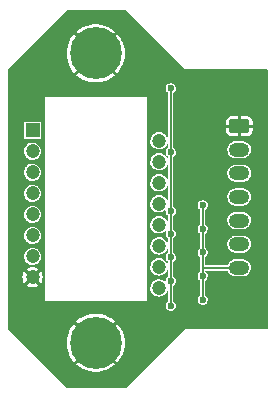
<source format=gbl>
G04 #@! TF.GenerationSoftware,KiCad,Pcbnew,(6.0.5)*
G04 #@! TF.CreationDate,2022-07-09T20:48:00-07:00*
G04 #@! TF.ProjectId,track_ball,74726163-6b5f-4626-916c-6c2e6b696361,1*
G04 #@! TF.SameCoordinates,Original*
G04 #@! TF.FileFunction,Copper,L4,Bot*
G04 #@! TF.FilePolarity,Positive*
%FSLAX46Y46*%
G04 Gerber Fmt 4.6, Leading zero omitted, Abs format (unit mm)*
G04 Created by KiCad (PCBNEW (6.0.5)) date 2022-07-09 20:48:00*
%MOMM*%
%LPD*%
G01*
G04 APERTURE LIST*
G04 Aperture macros list*
%AMRoundRect*
0 Rectangle with rounded corners*
0 $1 Rounding radius*
0 $2 $3 $4 $5 $6 $7 $8 $9 X,Y pos of 4 corners*
0 Add a 4 corners polygon primitive as box body*
4,1,4,$2,$3,$4,$5,$6,$7,$8,$9,$2,$3,0*
0 Add four circle primitives for the rounded corners*
1,1,$1+$1,$2,$3*
1,1,$1+$1,$4,$5*
1,1,$1+$1,$6,$7*
1,1,$1+$1,$8,$9*
0 Add four rect primitives between the rounded corners*
20,1,$1+$1,$2,$3,$4,$5,0*
20,1,$1+$1,$4,$5,$6,$7,0*
20,1,$1+$1,$6,$7,$8,$9,0*
20,1,$1+$1,$8,$9,$2,$3,0*%
G04 Aperture macros list end*
G04 #@! TA.AperFunction,ComponentPad*
%ADD10R,1.200000X1.200000*%
G04 #@! TD*
G04 #@! TA.AperFunction,ComponentPad*
%ADD11C,1.200000*%
G04 #@! TD*
G04 #@! TA.AperFunction,ComponentPad*
%ADD12RoundRect,0.250000X-0.625000X0.350000X-0.625000X-0.350000X0.625000X-0.350000X0.625000X0.350000X0*%
G04 #@! TD*
G04 #@! TA.AperFunction,ComponentPad*
%ADD13O,1.750000X1.200000*%
G04 #@! TD*
G04 #@! TA.AperFunction,ComponentPad*
%ADD14C,0.700000*%
G04 #@! TD*
G04 #@! TA.AperFunction,ComponentPad*
%ADD15C,4.400000*%
G04 #@! TD*
G04 #@! TA.AperFunction,ViaPad*
%ADD16C,0.600000*%
G04 #@! TD*
G04 #@! TA.AperFunction,Conductor*
%ADD17C,0.200000*%
G04 #@! TD*
G04 APERTURE END LIST*
D10*
X162100000Y-81150000D03*
D11*
X162100000Y-82930000D03*
X162100000Y-84710000D03*
X162100000Y-86490000D03*
X162100000Y-88270000D03*
X162100000Y-90050000D03*
X162100000Y-91830000D03*
X162100000Y-93610000D03*
X172800000Y-94500000D03*
X172800000Y-92720000D03*
X172800000Y-90940000D03*
X172800000Y-89160000D03*
X172800000Y-87380000D03*
X172800000Y-85600000D03*
X172800000Y-83820000D03*
X172800000Y-82040000D03*
D12*
X179600000Y-80800000D03*
D13*
X179600000Y-82800000D03*
X179600000Y-84800000D03*
X179600000Y-86800000D03*
X179600000Y-88800000D03*
X179600000Y-90800000D03*
X179600000Y-92800000D03*
D14*
X167450000Y-73000000D03*
X166283274Y-75816726D03*
X165800000Y-74650000D03*
D15*
X167450000Y-74650000D03*
D14*
X168616726Y-75816726D03*
X169100000Y-74650000D03*
X166283274Y-73483274D03*
X167450000Y-76300000D03*
X168616726Y-73483274D03*
D15*
X167450000Y-99150000D03*
D14*
X166283274Y-97983274D03*
X166283274Y-100316726D03*
X168616726Y-100316726D03*
X167450000Y-97500000D03*
X169100000Y-99150000D03*
X168616726Y-97983274D03*
X167450000Y-100800000D03*
X165800000Y-99150000D03*
D16*
X160800000Y-87700000D03*
X178100000Y-95900000D03*
X178100000Y-85900000D03*
X178100000Y-90200000D03*
X162800000Y-99200000D03*
X178100000Y-91900000D03*
X171000000Y-98700000D03*
X180200000Y-77400000D03*
X176700000Y-86600000D03*
X178100000Y-88200000D03*
X177100000Y-83200000D03*
X177100000Y-80900000D03*
X178100000Y-93600000D03*
X174900000Y-85300000D03*
X163700000Y-75700000D03*
X171000000Y-75700000D03*
X161200000Y-90900000D03*
X176500000Y-91500000D03*
X176500000Y-95500000D03*
X176500000Y-87500000D03*
X176500000Y-93500000D03*
X176500000Y-89500000D03*
X173800000Y-83000000D03*
X173800000Y-96000000D03*
X173800000Y-77600000D03*
X173800000Y-93900000D03*
X173800000Y-89900000D03*
X173800000Y-88000000D03*
X173800000Y-91900000D03*
D17*
X176500000Y-91500000D02*
X176500000Y-89500000D01*
X179600000Y-92800000D02*
X176500000Y-92800000D01*
X176500000Y-93500000D02*
X176500000Y-92800000D01*
X176500000Y-95500000D02*
X176500000Y-93500000D01*
X176500000Y-92800000D02*
X176500000Y-91500000D01*
X176500000Y-89500000D02*
X176500000Y-87500000D01*
X173800000Y-93900000D02*
X173800000Y-91900000D01*
X173800000Y-96000000D02*
X173800000Y-93900000D01*
X173800000Y-83000000D02*
X173800000Y-88000000D01*
X173800000Y-91900000D02*
X173800000Y-89900000D01*
X173800000Y-89900000D02*
X173800000Y-88000000D01*
X173800000Y-77600000D02*
X173800000Y-83000000D01*
G04 #@! TA.AperFunction,Conductor*
G36*
X170017892Y-71019306D02*
G01*
X174999153Y-76000567D01*
X174999235Y-76000765D01*
X174999433Y-76000847D01*
X175000000Y-76001082D01*
X175000198Y-76001000D01*
X181936500Y-76001000D01*
X181980694Y-76019306D01*
X181999000Y-76063500D01*
X181999000Y-97936500D01*
X181980694Y-97980694D01*
X181936500Y-97999000D01*
X175000198Y-97999000D01*
X175000000Y-97998918D01*
X174999802Y-97999000D01*
X174999235Y-97999235D01*
X174999153Y-97999433D01*
X170017892Y-102980694D01*
X169973698Y-102999000D01*
X165026302Y-102999000D01*
X164982108Y-102980694D01*
X162973957Y-100972543D01*
X165811898Y-100972543D01*
X165815964Y-100981938D01*
X165881245Y-101043241D01*
X165884247Y-101045725D01*
X166130893Y-101224923D01*
X166134205Y-101227025D01*
X166401343Y-101373885D01*
X166404907Y-101375562D01*
X166688348Y-101487784D01*
X166692078Y-101488996D01*
X166987343Y-101564808D01*
X166991216Y-101565546D01*
X167293649Y-101603753D01*
X167297579Y-101604000D01*
X167602421Y-101604000D01*
X167606351Y-101603753D01*
X167908784Y-101565546D01*
X167912657Y-101564808D01*
X168207922Y-101488996D01*
X168211652Y-101487784D01*
X168495093Y-101375562D01*
X168498657Y-101373885D01*
X168765795Y-101227025D01*
X168769107Y-101224923D01*
X169015753Y-101045725D01*
X169018755Y-101043241D01*
X169084409Y-100981587D01*
X169088087Y-100973441D01*
X169084319Y-100963924D01*
X167458790Y-99338395D01*
X167450000Y-99334754D01*
X167441210Y-99338395D01*
X165815318Y-100964287D01*
X165811898Y-100972543D01*
X162973957Y-100972543D01*
X161153369Y-99151955D01*
X164991271Y-99151955D01*
X165010414Y-99456218D01*
X165010905Y-99460105D01*
X165068028Y-99759559D01*
X165069005Y-99763363D01*
X165163212Y-100053303D01*
X165164650Y-100056934D01*
X165294457Y-100332788D01*
X165296341Y-100336215D01*
X165459695Y-100593619D01*
X165462000Y-100596792D01*
X165617787Y-100785105D01*
X165626195Y-100789557D01*
X165632900Y-100787495D01*
X167261605Y-99158790D01*
X167265246Y-99150000D01*
X167634754Y-99150000D01*
X167638395Y-99158790D01*
X169265499Y-100785894D01*
X169274289Y-100789535D01*
X169280770Y-100786850D01*
X169438000Y-100596792D01*
X169440305Y-100593619D01*
X169603659Y-100336215D01*
X169605543Y-100332788D01*
X169735350Y-100056934D01*
X169736788Y-100053303D01*
X169830995Y-99763363D01*
X169831972Y-99759559D01*
X169889095Y-99460105D01*
X169889586Y-99456218D01*
X169908729Y-99151955D01*
X169908729Y-99148045D01*
X169889586Y-98843782D01*
X169889095Y-98839895D01*
X169831972Y-98540441D01*
X169830995Y-98536637D01*
X169736788Y-98246697D01*
X169735350Y-98243066D01*
X169605543Y-97967212D01*
X169603659Y-97963785D01*
X169440305Y-97706381D01*
X169438000Y-97703208D01*
X169282213Y-97514895D01*
X169273805Y-97510443D01*
X169267100Y-97512505D01*
X167638395Y-99141210D01*
X167634754Y-99150000D01*
X167265246Y-99150000D01*
X167261605Y-99141210D01*
X165634501Y-97514106D01*
X165625711Y-97510465D01*
X165619230Y-97513150D01*
X165462000Y-97703208D01*
X165459695Y-97706381D01*
X165296341Y-97963785D01*
X165294457Y-97967212D01*
X165164650Y-98243066D01*
X165163212Y-98246697D01*
X165069005Y-98536637D01*
X165068028Y-98540441D01*
X165010905Y-98839895D01*
X165010414Y-98843782D01*
X164991271Y-99148045D01*
X164991271Y-99151955D01*
X161153369Y-99151955D01*
X160019306Y-98017892D01*
X160001000Y-97973698D01*
X160001000Y-97326559D01*
X165811913Y-97326559D01*
X165815681Y-97336076D01*
X167441210Y-98961605D01*
X167450000Y-98965246D01*
X167458790Y-98961605D01*
X169084682Y-97335713D01*
X169088102Y-97327457D01*
X169084036Y-97318062D01*
X169018755Y-97256759D01*
X169015753Y-97254275D01*
X168769107Y-97075077D01*
X168765795Y-97072975D01*
X168498657Y-96926115D01*
X168495093Y-96924438D01*
X168211652Y-96812216D01*
X168207922Y-96811004D01*
X167912657Y-96735192D01*
X167908784Y-96734454D01*
X167606351Y-96696247D01*
X167602421Y-96696000D01*
X167297579Y-96696000D01*
X167293649Y-96696247D01*
X166991216Y-96734454D01*
X166987343Y-96735192D01*
X166692078Y-96811004D01*
X166688348Y-96812216D01*
X166404907Y-96924438D01*
X166401343Y-96926115D01*
X166134205Y-97072975D01*
X166130893Y-97075077D01*
X165884247Y-97254275D01*
X165881245Y-97256759D01*
X165815591Y-97318413D01*
X165811913Y-97326559D01*
X160001000Y-97326559D01*
X160001000Y-95630000D01*
X163148918Y-95630000D01*
X163149000Y-95630198D01*
X163149235Y-95630765D01*
X163150000Y-95631082D01*
X163150198Y-95631000D01*
X171749802Y-95631000D01*
X171750000Y-95631082D01*
X171750765Y-95630765D01*
X171751000Y-95630198D01*
X171751082Y-95630000D01*
X171751000Y-95629802D01*
X171751000Y-94489778D01*
X172067968Y-94489778D01*
X172083895Y-94652213D01*
X172084997Y-94655525D01*
X172084997Y-94655526D01*
X172132154Y-94797284D01*
X172135413Y-94807082D01*
X172137223Y-94810071D01*
X172137225Y-94810075D01*
X172153866Y-94837552D01*
X172219962Y-94946689D01*
X172333340Y-95064095D01*
X172469911Y-95153465D01*
X172622888Y-95210356D01*
X172626343Y-95210817D01*
X172626347Y-95210818D01*
X172716518Y-95222849D01*
X172784668Y-95231942D01*
X172788141Y-95231626D01*
X172788144Y-95231626D01*
X172865939Y-95224546D01*
X172947210Y-95217150D01*
X173102435Y-95166714D01*
X173207638Y-95104001D01*
X173239627Y-95084932D01*
X173239630Y-95084930D01*
X173242629Y-95083142D01*
X173305552Y-95023221D01*
X173358294Y-94972996D01*
X173358297Y-94972993D01*
X173360823Y-94970587D01*
X173451144Y-94834643D01*
X173452385Y-94831377D01*
X173453982Y-94828269D01*
X173455688Y-94829146D01*
X173484386Y-94798698D01*
X173532200Y-94797284D01*
X173567010Y-94830094D01*
X173572500Y-94855708D01*
X173572500Y-95603554D01*
X173554194Y-95647748D01*
X173543352Y-95656412D01*
X173520080Y-95671095D01*
X173517137Y-95674427D01*
X173517135Y-95674429D01*
X173441965Y-95759542D01*
X173439018Y-95762879D01*
X173437126Y-95766909D01*
X173388868Y-95869695D01*
X173388867Y-95869698D01*
X173386976Y-95873726D01*
X173368136Y-95994724D01*
X173368713Y-95999137D01*
X173368713Y-95999138D01*
X173373255Y-96033870D01*
X173384014Y-96116145D01*
X173433333Y-96228230D01*
X173512127Y-96321968D01*
X173515832Y-96324434D01*
X173515834Y-96324436D01*
X173527650Y-96332301D01*
X173614064Y-96389823D01*
X173730948Y-96426340D01*
X173735398Y-96426422D01*
X173735401Y-96426422D01*
X173785074Y-96427332D01*
X173853383Y-96428584D01*
X173906088Y-96414215D01*
X173967226Y-96397548D01*
X173967229Y-96397547D01*
X173971527Y-96396375D01*
X173975323Y-96394044D01*
X173975326Y-96394043D01*
X174072083Y-96334633D01*
X174075881Y-96332301D01*
X174158058Y-96241513D01*
X174211451Y-96131311D01*
X174214003Y-96116145D01*
X174231367Y-96012928D01*
X174231767Y-96010552D01*
X174231896Y-96000000D01*
X174214536Y-95878781D01*
X174163852Y-95767307D01*
X174141627Y-95741513D01*
X174086826Y-95677914D01*
X174083918Y-95674539D01*
X174080181Y-95672117D01*
X174080179Y-95672115D01*
X174056007Y-95656448D01*
X174028877Y-95617050D01*
X174027500Y-95604001D01*
X174027500Y-95494724D01*
X176068136Y-95494724D01*
X176068713Y-95499137D01*
X176068713Y-95499138D01*
X176073255Y-95533870D01*
X176084014Y-95616145D01*
X176085807Y-95620220D01*
X176108642Y-95672115D01*
X176133333Y-95728230D01*
X176212127Y-95821968D01*
X176215832Y-95824434D01*
X176215834Y-95824436D01*
X176227650Y-95832301D01*
X176314064Y-95889823D01*
X176430948Y-95926340D01*
X176435398Y-95926422D01*
X176435401Y-95926422D01*
X176485074Y-95927332D01*
X176553383Y-95928584D01*
X176606088Y-95914215D01*
X176667226Y-95897548D01*
X176667229Y-95897547D01*
X176671527Y-95896375D01*
X176675323Y-95894044D01*
X176675326Y-95894043D01*
X176772083Y-95834633D01*
X176775881Y-95832301D01*
X176858058Y-95741513D01*
X176911451Y-95631311D01*
X176913198Y-95620932D01*
X176931367Y-95512928D01*
X176931767Y-95510552D01*
X176931896Y-95500000D01*
X176914536Y-95378781D01*
X176863852Y-95267307D01*
X176832982Y-95231480D01*
X176786826Y-95177914D01*
X176783918Y-95174539D01*
X176780181Y-95172117D01*
X176780179Y-95172115D01*
X176756007Y-95156448D01*
X176728877Y-95117050D01*
X176727500Y-95104001D01*
X176727500Y-93896974D01*
X176745806Y-93852780D01*
X176757297Y-93843713D01*
X176772083Y-93834634D01*
X176772088Y-93834630D01*
X176775881Y-93832301D01*
X176858058Y-93741513D01*
X176911451Y-93631311D01*
X176913558Y-93618790D01*
X176931367Y-93512928D01*
X176931767Y-93510552D01*
X176931896Y-93500000D01*
X176914536Y-93378781D01*
X176863852Y-93267307D01*
X176783918Y-93174539D01*
X176780181Y-93172117D01*
X176780179Y-93172115D01*
X176756007Y-93156448D01*
X176728877Y-93117050D01*
X176727500Y-93104001D01*
X176727500Y-93090000D01*
X176745806Y-93045806D01*
X176790000Y-93027500D01*
X178589826Y-93027500D01*
X178634020Y-93045806D01*
X178647336Y-93065529D01*
X178663516Y-93103554D01*
X178688768Y-93162900D01*
X178789318Y-93299532D01*
X178918603Y-93409367D01*
X178970899Y-93436071D01*
X179066453Y-93484864D01*
X179066456Y-93484865D01*
X179069687Y-93486515D01*
X179234468Y-93526837D01*
X179241746Y-93527288D01*
X179244187Y-93527440D01*
X179244191Y-93527440D01*
X179245156Y-93527500D01*
X179917483Y-93527500D01*
X179919273Y-93527291D01*
X179919278Y-93527291D01*
X179967399Y-93521680D01*
X180043501Y-93512808D01*
X180113559Y-93487378D01*
X180199547Y-93456166D01*
X180199550Y-93456165D01*
X180202962Y-93454926D01*
X180205999Y-93452935D01*
X180341797Y-93363902D01*
X180341798Y-93363901D01*
X180344832Y-93361912D01*
X180461498Y-93238757D01*
X180546703Y-93092065D01*
X180595877Y-92929706D01*
X180606381Y-92760390D01*
X180577652Y-92593198D01*
X180511232Y-92437100D01*
X180410682Y-92300468D01*
X180281397Y-92190633D01*
X180191665Y-92144813D01*
X180133547Y-92115136D01*
X180133544Y-92115135D01*
X180130313Y-92113485D01*
X179965532Y-92073163D01*
X179958213Y-92072709D01*
X179955813Y-92072560D01*
X179955809Y-92072560D01*
X179954844Y-92072500D01*
X179282517Y-92072500D01*
X179280727Y-92072709D01*
X179280722Y-92072709D01*
X179232601Y-92078320D01*
X179156499Y-92087192D01*
X179153083Y-92088432D01*
X179000453Y-92143834D01*
X179000450Y-92143835D01*
X178997038Y-92145074D01*
X178994002Y-92147065D01*
X178994001Y-92147065D01*
X178863995Y-92232301D01*
X178855168Y-92238088D01*
X178738502Y-92361243D01*
X178653297Y-92507935D01*
X178652245Y-92511407D01*
X178652242Y-92511415D01*
X178647183Y-92528118D01*
X178616852Y-92565108D01*
X178587367Y-92572500D01*
X176790000Y-92572500D01*
X176745806Y-92554194D01*
X176727500Y-92510000D01*
X176727500Y-91896974D01*
X176745806Y-91852780D01*
X176757297Y-91843713D01*
X176772083Y-91834634D01*
X176772088Y-91834630D01*
X176775881Y-91832301D01*
X176858058Y-91741513D01*
X176911451Y-91631311D01*
X176914003Y-91616145D01*
X176929649Y-91523142D01*
X176931767Y-91510552D01*
X176931896Y-91500000D01*
X176914536Y-91378781D01*
X176868510Y-91277552D01*
X176865696Y-91271362D01*
X176865695Y-91271360D01*
X176863852Y-91267307D01*
X176859216Y-91261926D01*
X176786826Y-91177914D01*
X176783918Y-91174539D01*
X176780181Y-91172117D01*
X176780179Y-91172115D01*
X176756007Y-91156448D01*
X176728877Y-91117050D01*
X176727500Y-91104001D01*
X176727500Y-90839610D01*
X178593619Y-90839610D01*
X178622348Y-91006802D01*
X178688768Y-91162900D01*
X178789318Y-91299532D01*
X178918603Y-91409367D01*
X178992046Y-91446869D01*
X179066453Y-91484864D01*
X179066456Y-91484865D01*
X179069687Y-91486515D01*
X179234468Y-91526837D01*
X179241746Y-91527288D01*
X179244187Y-91527440D01*
X179244191Y-91527440D01*
X179245156Y-91527500D01*
X179917483Y-91527500D01*
X179919273Y-91527291D01*
X179919278Y-91527291D01*
X179967399Y-91521680D01*
X180043501Y-91512808D01*
X180113559Y-91487378D01*
X180199547Y-91456166D01*
X180199550Y-91456165D01*
X180202962Y-91454926D01*
X180266916Y-91412996D01*
X180341797Y-91363902D01*
X180341798Y-91363901D01*
X180344832Y-91361912D01*
X180461498Y-91238757D01*
X180546703Y-91092065D01*
X180595877Y-90929706D01*
X180606381Y-90760390D01*
X180577652Y-90593198D01*
X180511232Y-90437100D01*
X180410682Y-90300468D01*
X180281397Y-90190633D01*
X180191665Y-90144813D01*
X180133547Y-90115136D01*
X180133544Y-90115135D01*
X180130313Y-90113485D01*
X179965532Y-90073163D01*
X179958213Y-90072709D01*
X179955813Y-90072560D01*
X179955809Y-90072560D01*
X179954844Y-90072500D01*
X179282517Y-90072500D01*
X179280727Y-90072709D01*
X179280722Y-90072709D01*
X179232601Y-90078320D01*
X179156499Y-90087192D01*
X179153083Y-90088432D01*
X179000453Y-90143834D01*
X179000450Y-90143835D01*
X178997038Y-90145074D01*
X178994002Y-90147065D01*
X178994001Y-90147065D01*
X178863995Y-90232301D01*
X178855168Y-90238088D01*
X178738502Y-90361243D01*
X178653297Y-90507935D01*
X178604123Y-90670294D01*
X178593619Y-90839610D01*
X176727500Y-90839610D01*
X176727500Y-89896974D01*
X176745806Y-89852780D01*
X176757297Y-89843713D01*
X176772083Y-89834634D01*
X176772088Y-89834630D01*
X176775881Y-89832301D01*
X176792931Y-89813465D01*
X176855071Y-89744813D01*
X176858058Y-89741513D01*
X176911451Y-89631311D01*
X176914003Y-89616145D01*
X176931367Y-89512928D01*
X176931767Y-89510552D01*
X176931896Y-89500000D01*
X176914536Y-89378781D01*
X176885776Y-89315526D01*
X176865696Y-89271362D01*
X176865695Y-89271360D01*
X176863852Y-89267307D01*
X176783918Y-89174539D01*
X176780181Y-89172117D01*
X176780179Y-89172115D01*
X176756007Y-89156448D01*
X176728877Y-89117050D01*
X176727500Y-89104001D01*
X176727500Y-88839610D01*
X178593619Y-88839610D01*
X178622348Y-89006802D01*
X178688768Y-89162900D01*
X178789318Y-89299532D01*
X178918603Y-89409367D01*
X178992046Y-89446869D01*
X179066453Y-89484864D01*
X179066456Y-89484865D01*
X179069687Y-89486515D01*
X179234468Y-89526837D01*
X179241746Y-89527288D01*
X179244187Y-89527440D01*
X179244191Y-89527440D01*
X179245156Y-89527500D01*
X179917483Y-89527500D01*
X179919273Y-89527291D01*
X179919278Y-89527291D01*
X179967399Y-89521680D01*
X180043501Y-89512808D01*
X180093321Y-89494724D01*
X180199547Y-89456166D01*
X180199550Y-89456165D01*
X180202962Y-89454926D01*
X180205999Y-89452935D01*
X180341797Y-89363902D01*
X180341798Y-89363901D01*
X180344832Y-89361912D01*
X180461498Y-89238757D01*
X180546703Y-89092065D01*
X180593427Y-88937794D01*
X180594824Y-88933183D01*
X180594824Y-88933182D01*
X180595877Y-88929706D01*
X180606381Y-88760390D01*
X180577652Y-88593198D01*
X180511232Y-88437100D01*
X180410682Y-88300468D01*
X180281397Y-88190633D01*
X180192176Y-88145074D01*
X180133547Y-88115136D01*
X180133544Y-88115135D01*
X180130313Y-88113485D01*
X179965532Y-88073163D01*
X179958213Y-88072709D01*
X179955813Y-88072560D01*
X179955809Y-88072560D01*
X179954844Y-88072500D01*
X179282517Y-88072500D01*
X179280727Y-88072709D01*
X179280722Y-88072709D01*
X179232601Y-88078320D01*
X179156499Y-88087192D01*
X179153083Y-88088432D01*
X179000453Y-88143834D01*
X179000450Y-88143835D01*
X178997038Y-88145074D01*
X178994002Y-88147065D01*
X178994001Y-88147065D01*
X178923968Y-88192981D01*
X178855168Y-88238088D01*
X178738502Y-88361243D01*
X178653297Y-88507935D01*
X178604123Y-88670294D01*
X178593619Y-88839610D01*
X176727500Y-88839610D01*
X176727500Y-87896974D01*
X176745806Y-87852780D01*
X176757297Y-87843713D01*
X176772083Y-87834634D01*
X176772088Y-87834630D01*
X176775881Y-87832301D01*
X176788627Y-87818220D01*
X176855071Y-87744813D01*
X176858058Y-87741513D01*
X176911451Y-87631311D01*
X176913851Y-87617050D01*
X176927102Y-87538280D01*
X176931767Y-87510552D01*
X176931896Y-87500000D01*
X176914536Y-87378781D01*
X176863852Y-87267307D01*
X176783918Y-87174539D01*
X176681160Y-87107935D01*
X176563838Y-87072848D01*
X176502611Y-87072474D01*
X176445838Y-87072127D01*
X176445837Y-87072127D01*
X176441385Y-87072100D01*
X176323644Y-87105751D01*
X176220080Y-87171095D01*
X176217137Y-87174427D01*
X176217135Y-87174429D01*
X176187617Y-87207852D01*
X176139018Y-87262879D01*
X176137126Y-87266909D01*
X176088868Y-87369695D01*
X176088867Y-87369698D01*
X176086976Y-87373726D01*
X176068136Y-87494724D01*
X176068713Y-87499137D01*
X176068713Y-87499138D01*
X176070556Y-87513228D01*
X176084014Y-87616145D01*
X176085807Y-87620220D01*
X176127355Y-87714643D01*
X176133333Y-87728230D01*
X176212127Y-87821968D01*
X176227650Y-87832301D01*
X176244633Y-87843606D01*
X176271278Y-87883333D01*
X176272500Y-87895633D01*
X176272500Y-89103554D01*
X176254194Y-89147748D01*
X176243352Y-89156412D01*
X176220080Y-89171095D01*
X176217137Y-89174427D01*
X176217135Y-89174429D01*
X176163097Y-89235615D01*
X176139018Y-89262879D01*
X176137126Y-89266909D01*
X176088868Y-89369695D01*
X176088867Y-89369698D01*
X176086976Y-89373726D01*
X176068136Y-89494724D01*
X176068713Y-89499137D01*
X176068713Y-89499138D01*
X176072249Y-89526176D01*
X176084014Y-89616145D01*
X176085807Y-89620220D01*
X176131514Y-89724095D01*
X176133333Y-89728230D01*
X176212127Y-89821968D01*
X176227650Y-89832301D01*
X176244633Y-89843606D01*
X176271278Y-89883333D01*
X176272500Y-89895633D01*
X176272500Y-91103554D01*
X176254194Y-91147748D01*
X176243352Y-91156412D01*
X176220080Y-91171095D01*
X176217137Y-91174427D01*
X176217135Y-91174429D01*
X176150326Y-91250075D01*
X176139018Y-91262879D01*
X176137126Y-91266909D01*
X176088868Y-91369695D01*
X176088867Y-91369698D01*
X176086976Y-91373726D01*
X176068136Y-91494724D01*
X176068713Y-91499137D01*
X176068713Y-91499138D01*
X176071537Y-91520731D01*
X176084014Y-91616145D01*
X176085807Y-91620220D01*
X176106745Y-91667804D01*
X176133333Y-91728230D01*
X176212127Y-91821968D01*
X176227150Y-91831968D01*
X176244633Y-91843606D01*
X176271278Y-91883333D01*
X176272500Y-91895633D01*
X176272500Y-92784800D01*
X176272158Y-92791333D01*
X176268692Y-92824311D01*
X176270721Y-92830556D01*
X176271408Y-92837090D01*
X176271105Y-92837122D01*
X176272500Y-92845929D01*
X176272500Y-93103554D01*
X176254194Y-93147748D01*
X176243352Y-93156412D01*
X176220080Y-93171095D01*
X176217137Y-93174427D01*
X176217135Y-93174429D01*
X176205433Y-93187679D01*
X176139018Y-93262879D01*
X176137126Y-93266909D01*
X176088868Y-93369695D01*
X176088867Y-93369698D01*
X176086976Y-93373726D01*
X176068136Y-93494724D01*
X176068713Y-93499137D01*
X176068713Y-93499138D01*
X176072249Y-93526176D01*
X176084014Y-93616145D01*
X176085807Y-93620220D01*
X176104578Y-93662879D01*
X176133333Y-93728230D01*
X176212127Y-93821968D01*
X176240448Y-93840820D01*
X176244633Y-93843606D01*
X176271278Y-93883333D01*
X176272500Y-93895633D01*
X176272500Y-95103554D01*
X176254194Y-95147748D01*
X176243352Y-95156412D01*
X176220080Y-95171095D01*
X176217137Y-95174427D01*
X176217135Y-95174429D01*
X176186480Y-95209139D01*
X176139018Y-95262879D01*
X176137126Y-95266909D01*
X176088868Y-95369695D01*
X176088867Y-95369698D01*
X176086976Y-95373726D01*
X176068136Y-95494724D01*
X174027500Y-95494724D01*
X174027500Y-94296974D01*
X174045806Y-94252780D01*
X174057297Y-94243713D01*
X174072083Y-94234634D01*
X174072088Y-94234630D01*
X174075881Y-94232301D01*
X174158058Y-94141513D01*
X174211451Y-94031311D01*
X174214003Y-94016145D01*
X174224933Y-93951172D01*
X174231767Y-93910552D01*
X174231896Y-93900000D01*
X174214536Y-93778781D01*
X174163852Y-93667307D01*
X174083918Y-93574539D01*
X174080181Y-93572117D01*
X174080179Y-93572115D01*
X174056007Y-93556448D01*
X174028877Y-93517050D01*
X174027500Y-93504001D01*
X174027500Y-92296974D01*
X174045806Y-92252780D01*
X174057297Y-92243713D01*
X174072083Y-92234634D01*
X174072088Y-92234630D01*
X174075881Y-92232301D01*
X174158058Y-92141513D01*
X174211451Y-92031311D01*
X174214003Y-92016145D01*
X174231367Y-91912928D01*
X174231767Y-91910552D01*
X174231896Y-91900000D01*
X174214536Y-91778781D01*
X174189194Y-91723044D01*
X174165696Y-91671362D01*
X174165695Y-91671360D01*
X174163852Y-91667307D01*
X174155373Y-91657466D01*
X174086826Y-91577914D01*
X174083918Y-91574539D01*
X174080181Y-91572117D01*
X174080179Y-91572115D01*
X174056007Y-91556448D01*
X174028877Y-91517050D01*
X174027500Y-91504001D01*
X174027500Y-90296974D01*
X174045806Y-90252780D01*
X174057297Y-90243713D01*
X174072083Y-90234634D01*
X174072088Y-90234630D01*
X174075881Y-90232301D01*
X174100117Y-90205526D01*
X174155071Y-90144813D01*
X174158058Y-90141513D01*
X174211451Y-90031311D01*
X174214003Y-90016145D01*
X174231367Y-89912928D01*
X174231767Y-89910552D01*
X174231896Y-89900000D01*
X174214536Y-89778781D01*
X174163852Y-89667307D01*
X174083918Y-89574539D01*
X174080181Y-89572117D01*
X174080179Y-89572115D01*
X174056007Y-89556448D01*
X174028877Y-89517050D01*
X174027500Y-89504001D01*
X174027500Y-88396974D01*
X174045806Y-88352780D01*
X174057297Y-88343713D01*
X174072083Y-88334634D01*
X174072088Y-88334630D01*
X174075881Y-88332301D01*
X174158058Y-88241513D01*
X174211451Y-88131311D01*
X174214003Y-88116145D01*
X174227912Y-88033465D01*
X174231767Y-88010552D01*
X174231896Y-88000000D01*
X174214536Y-87878781D01*
X174163852Y-87767307D01*
X174141627Y-87741513D01*
X174107516Y-87701926D01*
X174083918Y-87674539D01*
X174080181Y-87672117D01*
X174080179Y-87672115D01*
X174056007Y-87656448D01*
X174028877Y-87617050D01*
X174027500Y-87604001D01*
X174027500Y-86839610D01*
X178593619Y-86839610D01*
X178622348Y-87006802D01*
X178688768Y-87162900D01*
X178789318Y-87299532D01*
X178918603Y-87409367D01*
X178992046Y-87446869D01*
X179066453Y-87484864D01*
X179066456Y-87484865D01*
X179069687Y-87486515D01*
X179234468Y-87526837D01*
X179241746Y-87527288D01*
X179244187Y-87527440D01*
X179244191Y-87527440D01*
X179245156Y-87527500D01*
X179917483Y-87527500D01*
X179919273Y-87527291D01*
X179919278Y-87527291D01*
X179967399Y-87521680D01*
X180043501Y-87512808D01*
X180113559Y-87487378D01*
X180199547Y-87456166D01*
X180199550Y-87456165D01*
X180202962Y-87454926D01*
X180205999Y-87452935D01*
X180341797Y-87363902D01*
X180341798Y-87363901D01*
X180344832Y-87361912D01*
X180461498Y-87238757D01*
X180546703Y-87092065D01*
X180595877Y-86929706D01*
X180606381Y-86760390D01*
X180577652Y-86593198D01*
X180511232Y-86437100D01*
X180410682Y-86300468D01*
X180281397Y-86190633D01*
X180192176Y-86145074D01*
X180133547Y-86115136D01*
X180133544Y-86115135D01*
X180130313Y-86113485D01*
X179965532Y-86073163D01*
X179958213Y-86072709D01*
X179955813Y-86072560D01*
X179955809Y-86072560D01*
X179954844Y-86072500D01*
X179282517Y-86072500D01*
X179280727Y-86072709D01*
X179280722Y-86072709D01*
X179232601Y-86078320D01*
X179156499Y-86087192D01*
X179153083Y-86088432D01*
X179000453Y-86143834D01*
X179000450Y-86143835D01*
X178997038Y-86145074D01*
X178994002Y-86147065D01*
X178994001Y-86147065D01*
X178923968Y-86192981D01*
X178855168Y-86238088D01*
X178738502Y-86361243D01*
X178653297Y-86507935D01*
X178652245Y-86511409D01*
X178605394Y-86666099D01*
X178604123Y-86670294D01*
X178593619Y-86839610D01*
X174027500Y-86839610D01*
X174027500Y-84839610D01*
X178593619Y-84839610D01*
X178622348Y-85006802D01*
X178688768Y-85162900D01*
X178789318Y-85299532D01*
X178918603Y-85409367D01*
X178961597Y-85431321D01*
X179066453Y-85484864D01*
X179066456Y-85484865D01*
X179069687Y-85486515D01*
X179234468Y-85526837D01*
X179241746Y-85527288D01*
X179244187Y-85527440D01*
X179244191Y-85527440D01*
X179245156Y-85527500D01*
X179917483Y-85527500D01*
X179919273Y-85527291D01*
X179919278Y-85527291D01*
X179967399Y-85521680D01*
X180043501Y-85512808D01*
X180113559Y-85487378D01*
X180199547Y-85456166D01*
X180199550Y-85456165D01*
X180202962Y-85454926D01*
X180223471Y-85441480D01*
X180341797Y-85363902D01*
X180341798Y-85363901D01*
X180344832Y-85361912D01*
X180461498Y-85238757D01*
X180546703Y-85092065D01*
X180579452Y-84983937D01*
X180594824Y-84933183D01*
X180594824Y-84933182D01*
X180595877Y-84929706D01*
X180606381Y-84760390D01*
X180577652Y-84593198D01*
X180511232Y-84437100D01*
X180410682Y-84300468D01*
X180281397Y-84190633D01*
X180192176Y-84145074D01*
X180133547Y-84115136D01*
X180133544Y-84115135D01*
X180130313Y-84113485D01*
X179965532Y-84073163D01*
X179958213Y-84072709D01*
X179955813Y-84072560D01*
X179955809Y-84072560D01*
X179954844Y-84072500D01*
X179282517Y-84072500D01*
X179280727Y-84072709D01*
X179280722Y-84072709D01*
X179232601Y-84078320D01*
X179156499Y-84087192D01*
X179153083Y-84088432D01*
X179000453Y-84143834D01*
X179000450Y-84143835D01*
X178997038Y-84145074D01*
X178994002Y-84147065D01*
X178994001Y-84147065D01*
X178923968Y-84192981D01*
X178855168Y-84238088D01*
X178738502Y-84361243D01*
X178653297Y-84507935D01*
X178604123Y-84670294D01*
X178593619Y-84839610D01*
X174027500Y-84839610D01*
X174027500Y-83396974D01*
X174045806Y-83352780D01*
X174057297Y-83343713D01*
X174072083Y-83334634D01*
X174072088Y-83334630D01*
X174075881Y-83332301D01*
X174158058Y-83241513D01*
X174211451Y-83131311D01*
X174214003Y-83116145D01*
X174231367Y-83012928D01*
X174231767Y-83010552D01*
X174231896Y-83000000D01*
X174214536Y-82878781D01*
X174196726Y-82839610D01*
X178593619Y-82839610D01*
X178622348Y-83006802D01*
X178688768Y-83162900D01*
X178789318Y-83299532D01*
X178918603Y-83409367D01*
X178992046Y-83446869D01*
X179066453Y-83484864D01*
X179066456Y-83484865D01*
X179069687Y-83486515D01*
X179234468Y-83526837D01*
X179241746Y-83527288D01*
X179244187Y-83527440D01*
X179244191Y-83527440D01*
X179245156Y-83527500D01*
X179917483Y-83527500D01*
X179919273Y-83527291D01*
X179919278Y-83527291D01*
X179967399Y-83521680D01*
X180043501Y-83512808D01*
X180084952Y-83497762D01*
X180199547Y-83456166D01*
X180199550Y-83456165D01*
X180202962Y-83454926D01*
X180205999Y-83452935D01*
X180341797Y-83363902D01*
X180341798Y-83363901D01*
X180344832Y-83361912D01*
X180461498Y-83238757D01*
X180546703Y-83092065D01*
X180589597Y-82950442D01*
X180594824Y-82933183D01*
X180594824Y-82933182D01*
X180595877Y-82929706D01*
X180606381Y-82760390D01*
X180577652Y-82593198D01*
X180511232Y-82437100D01*
X180410682Y-82300468D01*
X180281397Y-82190633D01*
X180192176Y-82145074D01*
X180133547Y-82115136D01*
X180133544Y-82115135D01*
X180130313Y-82113485D01*
X179965532Y-82073163D01*
X179958213Y-82072709D01*
X179955813Y-82072560D01*
X179955809Y-82072560D01*
X179954844Y-82072500D01*
X179282517Y-82072500D01*
X179280727Y-82072709D01*
X179280722Y-82072709D01*
X179232601Y-82078320D01*
X179156499Y-82087192D01*
X179153083Y-82088432D01*
X179000453Y-82143834D01*
X179000450Y-82143835D01*
X178997038Y-82145074D01*
X178994002Y-82147065D01*
X178994001Y-82147065D01*
X178886967Y-82217240D01*
X178855168Y-82238088D01*
X178738502Y-82361243D01*
X178653297Y-82507935D01*
X178652245Y-82511409D01*
X178608317Y-82656448D01*
X178604123Y-82670294D01*
X178593619Y-82839610D01*
X174196726Y-82839610D01*
X174189194Y-82823044D01*
X174165696Y-82771362D01*
X174165695Y-82771360D01*
X174163852Y-82767307D01*
X174155373Y-82757466D01*
X174086826Y-82677914D01*
X174083918Y-82674539D01*
X174080181Y-82672117D01*
X174080179Y-82672115D01*
X174056007Y-82656448D01*
X174028877Y-82617050D01*
X174027500Y-82604001D01*
X174027500Y-81196018D01*
X178471001Y-81196018D01*
X178471183Y-81199388D01*
X178477272Y-81255443D01*
X178479071Y-81263012D01*
X178526808Y-81390351D01*
X178531043Y-81398086D01*
X178612285Y-81506487D01*
X178618513Y-81512715D01*
X178726914Y-81593957D01*
X178734649Y-81598192D01*
X178861992Y-81645930D01*
X178869556Y-81647728D01*
X178925608Y-81653817D01*
X178928976Y-81654000D01*
X179460569Y-81654000D01*
X179469359Y-81650359D01*
X179473000Y-81641569D01*
X179473000Y-81641568D01*
X179727000Y-81641568D01*
X179730641Y-81650358D01*
X179739431Y-81653999D01*
X180271018Y-81653999D01*
X180274388Y-81653817D01*
X180330443Y-81647728D01*
X180338012Y-81645929D01*
X180465351Y-81598192D01*
X180473086Y-81593957D01*
X180581487Y-81512715D01*
X180587715Y-81506487D01*
X180668957Y-81398086D01*
X180673192Y-81390351D01*
X180720930Y-81263008D01*
X180722728Y-81255444D01*
X180728817Y-81199392D01*
X180729000Y-81196024D01*
X180729000Y-80939431D01*
X180725359Y-80930641D01*
X180716569Y-80927000D01*
X179739431Y-80927000D01*
X179730641Y-80930641D01*
X179727000Y-80939431D01*
X179727000Y-81641568D01*
X179473000Y-81641568D01*
X179473000Y-80939431D01*
X179469359Y-80930641D01*
X179460569Y-80927000D01*
X178483432Y-80927000D01*
X178474642Y-80930641D01*
X178471001Y-80939431D01*
X178471001Y-81196018D01*
X174027500Y-81196018D01*
X174027500Y-80660569D01*
X178471000Y-80660569D01*
X178474641Y-80669359D01*
X178483431Y-80673000D01*
X179460569Y-80673000D01*
X179469359Y-80669359D01*
X179473000Y-80660569D01*
X179727000Y-80660569D01*
X179730641Y-80669359D01*
X179739431Y-80673000D01*
X180716568Y-80673000D01*
X180725358Y-80669359D01*
X180728999Y-80660569D01*
X180728999Y-80403982D01*
X180728817Y-80400612D01*
X180722728Y-80344557D01*
X180720929Y-80336988D01*
X180673192Y-80209649D01*
X180668957Y-80201914D01*
X180587715Y-80093513D01*
X180581487Y-80087285D01*
X180473086Y-80006043D01*
X180465351Y-80001808D01*
X180338008Y-79954070D01*
X180330444Y-79952272D01*
X180274392Y-79946183D01*
X180271024Y-79946000D01*
X179739431Y-79946000D01*
X179730641Y-79949641D01*
X179727000Y-79958431D01*
X179727000Y-80660569D01*
X179473000Y-80660569D01*
X179473000Y-79958432D01*
X179469359Y-79949642D01*
X179460569Y-79946001D01*
X178928982Y-79946001D01*
X178925612Y-79946183D01*
X178869557Y-79952272D01*
X178861988Y-79954071D01*
X178734649Y-80001808D01*
X178726914Y-80006043D01*
X178618513Y-80087285D01*
X178612285Y-80093513D01*
X178531043Y-80201914D01*
X178526808Y-80209649D01*
X178479070Y-80336992D01*
X178477272Y-80344556D01*
X178471183Y-80400608D01*
X178471000Y-80403976D01*
X178471000Y-80660569D01*
X174027500Y-80660569D01*
X174027500Y-77996974D01*
X174045806Y-77952780D01*
X174057297Y-77943713D01*
X174072083Y-77934634D01*
X174072088Y-77934630D01*
X174075881Y-77932301D01*
X174158058Y-77841513D01*
X174211451Y-77731311D01*
X174214003Y-77716145D01*
X174231367Y-77612928D01*
X174231767Y-77610552D01*
X174231896Y-77600000D01*
X174214536Y-77478781D01*
X174163852Y-77367307D01*
X174083918Y-77274539D01*
X173981160Y-77207935D01*
X173863838Y-77172848D01*
X173802611Y-77172474D01*
X173745838Y-77172127D01*
X173745837Y-77172127D01*
X173741385Y-77172100D01*
X173623644Y-77205751D01*
X173520080Y-77271095D01*
X173517137Y-77274427D01*
X173517135Y-77274429D01*
X173441965Y-77359542D01*
X173439018Y-77362879D01*
X173437126Y-77366909D01*
X173388868Y-77469695D01*
X173388867Y-77469698D01*
X173386976Y-77473726D01*
X173368136Y-77594724D01*
X173368713Y-77599137D01*
X173368713Y-77599138D01*
X173373255Y-77633870D01*
X173384014Y-77716145D01*
X173433333Y-77828230D01*
X173512127Y-77921968D01*
X173527650Y-77932301D01*
X173544633Y-77943606D01*
X173571278Y-77983333D01*
X173572500Y-77995633D01*
X173572500Y-81685369D01*
X173554194Y-81729563D01*
X173510000Y-81747869D01*
X173465806Y-81729563D01*
X173456997Y-81718489D01*
X173436302Y-81685369D01*
X173373744Y-81585256D01*
X173258739Y-81469444D01*
X173233287Y-81453292D01*
X173123879Y-81383859D01*
X173123875Y-81383857D01*
X173120933Y-81381990D01*
X172967176Y-81327240D01*
X172890720Y-81318123D01*
X172808578Y-81308328D01*
X172808574Y-81308328D01*
X172805111Y-81307915D01*
X172712278Y-81317672D01*
X172646262Y-81324610D01*
X172646259Y-81324611D01*
X172642792Y-81324975D01*
X172639491Y-81326099D01*
X172639490Y-81326099D01*
X172632693Y-81328413D01*
X172488286Y-81377573D01*
X172349272Y-81463095D01*
X172346780Y-81465536D01*
X172346778Y-81465537D01*
X172340254Y-81471926D01*
X172232661Y-81577289D01*
X172230771Y-81580222D01*
X172230770Y-81580223D01*
X172188425Y-81645930D01*
X172144247Y-81714481D01*
X172088424Y-81867852D01*
X172067968Y-82029778D01*
X172068309Y-82033255D01*
X172076176Y-82113485D01*
X172083895Y-82192213D01*
X172084997Y-82195525D01*
X172084997Y-82195526D01*
X172132154Y-82337284D01*
X172135413Y-82347082D01*
X172137223Y-82350071D01*
X172137225Y-82350075D01*
X172153866Y-82377552D01*
X172219962Y-82486689D01*
X172333340Y-82604095D01*
X172336259Y-82606005D01*
X172336260Y-82606006D01*
X172353137Y-82617050D01*
X172469911Y-82693465D01*
X172622888Y-82750356D01*
X172626343Y-82750817D01*
X172626347Y-82750818D01*
X172705067Y-82761321D01*
X172784668Y-82771942D01*
X172788141Y-82771626D01*
X172788144Y-82771626D01*
X172872686Y-82763932D01*
X172947210Y-82757150D01*
X173102435Y-82706714D01*
X173172532Y-82664928D01*
X173239627Y-82624932D01*
X173239630Y-82624930D01*
X173242629Y-82623142D01*
X173305552Y-82563221D01*
X173358294Y-82512996D01*
X173358297Y-82512993D01*
X173360823Y-82510587D01*
X173451144Y-82374643D01*
X173452385Y-82371377D01*
X173453982Y-82368269D01*
X173455688Y-82369146D01*
X173484386Y-82338698D01*
X173532200Y-82337284D01*
X173567010Y-82370094D01*
X173572500Y-82395708D01*
X173572500Y-82603554D01*
X173554194Y-82647748D01*
X173543352Y-82656412D01*
X173520080Y-82671095D01*
X173517137Y-82674427D01*
X173517135Y-82674429D01*
X173443458Y-82757852D01*
X173439018Y-82762879D01*
X173437126Y-82766909D01*
X173388868Y-82869695D01*
X173388867Y-82869698D01*
X173386976Y-82873726D01*
X173368136Y-82994724D01*
X173368713Y-82999137D01*
X173368713Y-82999138D01*
X173373255Y-83033870D01*
X173384014Y-83116145D01*
X173385807Y-83120220D01*
X173403672Y-83160820D01*
X173433333Y-83228230D01*
X173512127Y-83321968D01*
X173527650Y-83332301D01*
X173544633Y-83343606D01*
X173571278Y-83383333D01*
X173572500Y-83395633D01*
X173572500Y-83465369D01*
X173554194Y-83509563D01*
X173510000Y-83527869D01*
X173465806Y-83509563D01*
X173456997Y-83498489D01*
X173455446Y-83496006D01*
X173373744Y-83365256D01*
X173258739Y-83249444D01*
X173218891Y-83224156D01*
X173123879Y-83163859D01*
X173123875Y-83163857D01*
X173120933Y-83161990D01*
X172967176Y-83107240D01*
X172890720Y-83098123D01*
X172808578Y-83088328D01*
X172808574Y-83088328D01*
X172805111Y-83087915D01*
X172712278Y-83097672D01*
X172646262Y-83104610D01*
X172646259Y-83104611D01*
X172642792Y-83104975D01*
X172639491Y-83106099D01*
X172639490Y-83106099D01*
X172632693Y-83108413D01*
X172488286Y-83157573D01*
X172349272Y-83243095D01*
X172346780Y-83245536D01*
X172346778Y-83245537D01*
X172340254Y-83251926D01*
X172232661Y-83357289D01*
X172230771Y-83360222D01*
X172230770Y-83360223D01*
X172146139Y-83491545D01*
X172144247Y-83494481D01*
X172132711Y-83526176D01*
X172111417Y-83584681D01*
X172088424Y-83647852D01*
X172067968Y-83809778D01*
X172083895Y-83972213D01*
X172084997Y-83975525D01*
X172084997Y-83975526D01*
X172132154Y-84117284D01*
X172135413Y-84127082D01*
X172137223Y-84130071D01*
X172137225Y-84130075D01*
X172173901Y-84190633D01*
X172219962Y-84266689D01*
X172333340Y-84384095D01*
X172336259Y-84386005D01*
X172336260Y-84386006D01*
X172358762Y-84400731D01*
X172469911Y-84473465D01*
X172622888Y-84530356D01*
X172626343Y-84530817D01*
X172626347Y-84530818D01*
X172705067Y-84541321D01*
X172784668Y-84551942D01*
X172788141Y-84551626D01*
X172788144Y-84551626D01*
X172866455Y-84544499D01*
X172947210Y-84537150D01*
X173102435Y-84486714D01*
X173185664Y-84437100D01*
X173239627Y-84404932D01*
X173239630Y-84404930D01*
X173242629Y-84403142D01*
X173305552Y-84343221D01*
X173358294Y-84292996D01*
X173358297Y-84292993D01*
X173360823Y-84290587D01*
X173451144Y-84154643D01*
X173452385Y-84151377D01*
X173453982Y-84148269D01*
X173455688Y-84149146D01*
X173484386Y-84118698D01*
X173532200Y-84117284D01*
X173567010Y-84150094D01*
X173572500Y-84175708D01*
X173572500Y-85245369D01*
X173554194Y-85289563D01*
X173510000Y-85307869D01*
X173465806Y-85289563D01*
X173456997Y-85278489D01*
X173455446Y-85276006D01*
X173373744Y-85145256D01*
X173258739Y-85029444D01*
X173217421Y-85003223D01*
X173123879Y-84943859D01*
X173123875Y-84943857D01*
X173120933Y-84941990D01*
X172967176Y-84887240D01*
X172890720Y-84878123D01*
X172808578Y-84868328D01*
X172808574Y-84868328D01*
X172805111Y-84867915D01*
X172712278Y-84877672D01*
X172646262Y-84884610D01*
X172646259Y-84884611D01*
X172642792Y-84884975D01*
X172639491Y-84886099D01*
X172639490Y-84886099D01*
X172632693Y-84888413D01*
X172488286Y-84937573D01*
X172349272Y-85023095D01*
X172346780Y-85025536D01*
X172346778Y-85025537D01*
X172340254Y-85031926D01*
X172232661Y-85137289D01*
X172230771Y-85140222D01*
X172230770Y-85140223D01*
X172216156Y-85162900D01*
X172144247Y-85274481D01*
X172132095Y-85307869D01*
X172096007Y-85407019D01*
X172088424Y-85427852D01*
X172067968Y-85589778D01*
X172083895Y-85752213D01*
X172084997Y-85755525D01*
X172084997Y-85755526D01*
X172132154Y-85897284D01*
X172135413Y-85907082D01*
X172137223Y-85910071D01*
X172137225Y-85910075D01*
X172153866Y-85937552D01*
X172219962Y-86046689D01*
X172333340Y-86164095D01*
X172336259Y-86166005D01*
X172336260Y-86166006D01*
X172358762Y-86180731D01*
X172469911Y-86253465D01*
X172622888Y-86310356D01*
X172626343Y-86310817D01*
X172626347Y-86310818D01*
X172705067Y-86321321D01*
X172784668Y-86331942D01*
X172788141Y-86331626D01*
X172788144Y-86331626D01*
X172866455Y-86324499D01*
X172947210Y-86317150D01*
X173102435Y-86266714D01*
X173232831Y-86188983D01*
X173239627Y-86184932D01*
X173239630Y-86184930D01*
X173242629Y-86183142D01*
X173342084Y-86088432D01*
X173358294Y-86072996D01*
X173358297Y-86072993D01*
X173360823Y-86070587D01*
X173451144Y-85934643D01*
X173452385Y-85931377D01*
X173453982Y-85928269D01*
X173455688Y-85929146D01*
X173484386Y-85898698D01*
X173532200Y-85897284D01*
X173567010Y-85930094D01*
X173572500Y-85955708D01*
X173572500Y-87025369D01*
X173554194Y-87069563D01*
X173510000Y-87087869D01*
X173465806Y-87069563D01*
X173456997Y-87058489D01*
X173455446Y-87056006D01*
X173373744Y-86925256D01*
X173258739Y-86809444D01*
X173181442Y-86760390D01*
X173123879Y-86723859D01*
X173123875Y-86723857D01*
X173120933Y-86721990D01*
X172967176Y-86667240D01*
X172890720Y-86658123D01*
X172808578Y-86648328D01*
X172808574Y-86648328D01*
X172805111Y-86647915D01*
X172712278Y-86657672D01*
X172646262Y-86664610D01*
X172646259Y-86664611D01*
X172642792Y-86664975D01*
X172639491Y-86666099D01*
X172639490Y-86666099D01*
X172621959Y-86672067D01*
X172488286Y-86717573D01*
X172349272Y-86803095D01*
X172346780Y-86805536D01*
X172346778Y-86805537D01*
X172340254Y-86811926D01*
X172232661Y-86917289D01*
X172230771Y-86920222D01*
X172230770Y-86920223D01*
X172218540Y-86939201D01*
X172144247Y-87054481D01*
X172132095Y-87087869D01*
X172099321Y-87177914D01*
X172088424Y-87207852D01*
X172080963Y-87266909D01*
X172069295Y-87359277D01*
X172067968Y-87369778D01*
X172068309Y-87373255D01*
X172083385Y-87527009D01*
X172083895Y-87532213D01*
X172084997Y-87535525D01*
X172084997Y-87535526D01*
X172131241Y-87674539D01*
X172135413Y-87687082D01*
X172137223Y-87690071D01*
X172137225Y-87690075D01*
X172170376Y-87744813D01*
X172219962Y-87826689D01*
X172333340Y-87944095D01*
X172336259Y-87946005D01*
X172336260Y-87946006D01*
X172358762Y-87960731D01*
X172469911Y-88033465D01*
X172622888Y-88090356D01*
X172626343Y-88090817D01*
X172626347Y-88090818D01*
X172705067Y-88101321D01*
X172784668Y-88111942D01*
X172788141Y-88111626D01*
X172788144Y-88111626D01*
X172866455Y-88104499D01*
X172947210Y-88097150D01*
X173102435Y-88046714D01*
X173184803Y-87997613D01*
X173239627Y-87964932D01*
X173239630Y-87964930D01*
X173242629Y-87963142D01*
X173263234Y-87943520D01*
X173307862Y-87926300D01*
X173351596Y-87945680D01*
X173368830Y-87989542D01*
X173368820Y-87990328D01*
X173368136Y-87994724D01*
X173368713Y-87999137D01*
X173368713Y-87999138D01*
X173372952Y-88031555D01*
X173384014Y-88116145D01*
X173385807Y-88120220D01*
X173416064Y-88188983D01*
X173433333Y-88228230D01*
X173512127Y-88321968D01*
X173527650Y-88332301D01*
X173544633Y-88343606D01*
X173571278Y-88383333D01*
X173572500Y-88395633D01*
X173572500Y-88805369D01*
X173554194Y-88849563D01*
X173510000Y-88867869D01*
X173465806Y-88849563D01*
X173456997Y-88838489D01*
X173455446Y-88836006D01*
X173373744Y-88705256D01*
X173258739Y-88589444D01*
X173233287Y-88573292D01*
X173123879Y-88503859D01*
X173123875Y-88503857D01*
X173120933Y-88501990D01*
X172967176Y-88447240D01*
X172882139Y-88437100D01*
X172808578Y-88428328D01*
X172808574Y-88428328D01*
X172805111Y-88427915D01*
X172712278Y-88437672D01*
X172646262Y-88444610D01*
X172646259Y-88444611D01*
X172642792Y-88444975D01*
X172639491Y-88446099D01*
X172639490Y-88446099D01*
X172632693Y-88448413D01*
X172488286Y-88497573D01*
X172349272Y-88583095D01*
X172346780Y-88585536D01*
X172346778Y-88585537D01*
X172342367Y-88589857D01*
X172232661Y-88697289D01*
X172230771Y-88700222D01*
X172230770Y-88700223D01*
X172218540Y-88719201D01*
X172144247Y-88834481D01*
X172132095Y-88867869D01*
X172111417Y-88924681D01*
X172088424Y-88987852D01*
X172086684Y-89001626D01*
X172069460Y-89137971D01*
X172067968Y-89149778D01*
X172068622Y-89156448D01*
X172082652Y-89299532D01*
X172083895Y-89312213D01*
X172084997Y-89315525D01*
X172084997Y-89315526D01*
X172131782Y-89456166D01*
X172135413Y-89467082D01*
X172137223Y-89470071D01*
X172137225Y-89470075D01*
X172171602Y-89526837D01*
X172219962Y-89606689D01*
X172333340Y-89724095D01*
X172336259Y-89726005D01*
X172336260Y-89726006D01*
X172353834Y-89737506D01*
X172469911Y-89813465D01*
X172622888Y-89870356D01*
X172626343Y-89870817D01*
X172626347Y-89870818D01*
X172705067Y-89881321D01*
X172784668Y-89891942D01*
X172788141Y-89891626D01*
X172788144Y-89891626D01*
X172866455Y-89884499D01*
X172947210Y-89877150D01*
X173102435Y-89826714D01*
X173205227Y-89765438D01*
X173239627Y-89744932D01*
X173239630Y-89744930D01*
X173242629Y-89743142D01*
X173288405Y-89699550D01*
X173333033Y-89682330D01*
X173376767Y-89701710D01*
X173393987Y-89746338D01*
X173389526Y-89765241D01*
X173390170Y-89765438D01*
X173388869Y-89769695D01*
X173386976Y-89773726D01*
X173368136Y-89894724D01*
X173368713Y-89899137D01*
X173368713Y-89899138D01*
X173373255Y-89933870D01*
X173384014Y-90016145D01*
X173385807Y-90020220D01*
X173415276Y-90087192D01*
X173433333Y-90128230D01*
X173512127Y-90221968D01*
X173527650Y-90232301D01*
X173544633Y-90243606D01*
X173571278Y-90283333D01*
X173572500Y-90295633D01*
X173572500Y-90585369D01*
X173554194Y-90629563D01*
X173510000Y-90647869D01*
X173465806Y-90629563D01*
X173456997Y-90618489D01*
X173455446Y-90616006D01*
X173373744Y-90485256D01*
X173258739Y-90369444D01*
X173233287Y-90353292D01*
X173123879Y-90283859D01*
X173123875Y-90283857D01*
X173120933Y-90281990D01*
X172967176Y-90227240D01*
X172890720Y-90218123D01*
X172808578Y-90208328D01*
X172808574Y-90208328D01*
X172805111Y-90207915D01*
X172712278Y-90217672D01*
X172646262Y-90224610D01*
X172646259Y-90224611D01*
X172642792Y-90224975D01*
X172639491Y-90226099D01*
X172639490Y-90226099D01*
X172621959Y-90232067D01*
X172488286Y-90277573D01*
X172349272Y-90363095D01*
X172346780Y-90365536D01*
X172346778Y-90365537D01*
X172340254Y-90371926D01*
X172232661Y-90477289D01*
X172230771Y-90480222D01*
X172230770Y-90480223D01*
X172212911Y-90507935D01*
X172144247Y-90614481D01*
X172132095Y-90647869D01*
X172092442Y-90756814D01*
X172088424Y-90767852D01*
X172067968Y-90929778D01*
X172068309Y-90933255D01*
X172083540Y-91088591D01*
X172083895Y-91092213D01*
X172084997Y-91095525D01*
X172084997Y-91095526D01*
X172132644Y-91238757D01*
X172135413Y-91247082D01*
X172137223Y-91250071D01*
X172137225Y-91250075D01*
X172153866Y-91277552D01*
X172219962Y-91386689D01*
X172333340Y-91504095D01*
X172336259Y-91506005D01*
X172336260Y-91506006D01*
X172353137Y-91517050D01*
X172469911Y-91593465D01*
X172622888Y-91650356D01*
X172626343Y-91650817D01*
X172626347Y-91650818D01*
X172705067Y-91661321D01*
X172784668Y-91671942D01*
X172788141Y-91671626D01*
X172788144Y-91671626D01*
X172872686Y-91663932D01*
X172947210Y-91657150D01*
X173102435Y-91606714D01*
X173172532Y-91564928D01*
X173239627Y-91524932D01*
X173239630Y-91524930D01*
X173242629Y-91523142D01*
X173305552Y-91463221D01*
X173358294Y-91412996D01*
X173358297Y-91412993D01*
X173360823Y-91410587D01*
X173451144Y-91274643D01*
X173452385Y-91271377D01*
X173453982Y-91268269D01*
X173455688Y-91269146D01*
X173484386Y-91238698D01*
X173532200Y-91237284D01*
X173567010Y-91270094D01*
X173572500Y-91295708D01*
X173572500Y-91503554D01*
X173554194Y-91547748D01*
X173543352Y-91556412D01*
X173520080Y-91571095D01*
X173517137Y-91574427D01*
X173517135Y-91574429D01*
X173443458Y-91657852D01*
X173439018Y-91662879D01*
X173437126Y-91666909D01*
X173388868Y-91769695D01*
X173388867Y-91769698D01*
X173386976Y-91773726D01*
X173368136Y-91894724D01*
X173368713Y-91899137D01*
X173368713Y-91899138D01*
X173373255Y-91933870D01*
X173384014Y-92016145D01*
X173385807Y-92020220D01*
X173415276Y-92087192D01*
X173433333Y-92128230D01*
X173512127Y-92221968D01*
X173527650Y-92232301D01*
X173544633Y-92243606D01*
X173571278Y-92283333D01*
X173572500Y-92295633D01*
X173572500Y-92365369D01*
X173554194Y-92409563D01*
X173510000Y-92427869D01*
X173465806Y-92409563D01*
X173456997Y-92398489D01*
X173455446Y-92396006D01*
X173373744Y-92265256D01*
X173258739Y-92149444D01*
X173204678Y-92115136D01*
X173123879Y-92063859D01*
X173123875Y-92063857D01*
X173120933Y-92061990D01*
X172967176Y-92007240D01*
X172890720Y-91998123D01*
X172808578Y-91988328D01*
X172808574Y-91988328D01*
X172805111Y-91987915D01*
X172712278Y-91997672D01*
X172646262Y-92004610D01*
X172646259Y-92004611D01*
X172642792Y-92004975D01*
X172639491Y-92006099D01*
X172639490Y-92006099D01*
X172632693Y-92008413D01*
X172488286Y-92057573D01*
X172349272Y-92143095D01*
X172346780Y-92145536D01*
X172346778Y-92145537D01*
X172340254Y-92151926D01*
X172232661Y-92257289D01*
X172230771Y-92260222D01*
X172230770Y-92260223D01*
X172163008Y-92365369D01*
X172144247Y-92394481D01*
X172132095Y-92427869D01*
X172095607Y-92528118D01*
X172088424Y-92547852D01*
X172067968Y-92709778D01*
X172068309Y-92713255D01*
X172083189Y-92865009D01*
X172083895Y-92872213D01*
X172084997Y-92875525D01*
X172084997Y-92875526D01*
X172132154Y-93017284D01*
X172135413Y-93027082D01*
X172137223Y-93030071D01*
X172137225Y-93030075D01*
X172153866Y-93057552D01*
X172219962Y-93166689D01*
X172333340Y-93284095D01*
X172469911Y-93373465D01*
X172622888Y-93430356D01*
X172626343Y-93430817D01*
X172626347Y-93430818D01*
X172716518Y-93442849D01*
X172784668Y-93451942D01*
X172788141Y-93451626D01*
X172788144Y-93451626D01*
X172865939Y-93444546D01*
X172947210Y-93437150D01*
X173102435Y-93386714D01*
X173172532Y-93344928D01*
X173239627Y-93304932D01*
X173239630Y-93304930D01*
X173242629Y-93303142D01*
X173313539Y-93235615D01*
X173358294Y-93192996D01*
X173358297Y-93192993D01*
X173360823Y-93190587D01*
X173451144Y-93054643D01*
X173452385Y-93051377D01*
X173453982Y-93048269D01*
X173455688Y-93049146D01*
X173484386Y-93018698D01*
X173532200Y-93017284D01*
X173567010Y-93050094D01*
X173572500Y-93075708D01*
X173572500Y-93503554D01*
X173554194Y-93547748D01*
X173543352Y-93556412D01*
X173520080Y-93571095D01*
X173517137Y-93574427D01*
X173517135Y-93574429D01*
X173470775Y-93626921D01*
X173439018Y-93662879D01*
X173437126Y-93666909D01*
X173388868Y-93769695D01*
X173388867Y-93769698D01*
X173386976Y-93773726D01*
X173368136Y-93894724D01*
X173366667Y-93894495D01*
X173349982Y-93933413D01*
X173305566Y-93951172D01*
X173264267Y-93933681D01*
X173263921Y-93934111D01*
X173262406Y-93932893D01*
X173261988Y-93932716D01*
X173258739Y-93929444D01*
X173216148Y-93902415D01*
X173123879Y-93843859D01*
X173123875Y-93843857D01*
X173120933Y-93841990D01*
X172967176Y-93787240D01*
X172890720Y-93778123D01*
X172808578Y-93768328D01*
X172808574Y-93768328D01*
X172805111Y-93767915D01*
X172712278Y-93777672D01*
X172646262Y-93784610D01*
X172646259Y-93784611D01*
X172642792Y-93784975D01*
X172639491Y-93786099D01*
X172639490Y-93786099D01*
X172632693Y-93788413D01*
X172488286Y-93837573D01*
X172349272Y-93923095D01*
X172346780Y-93925536D01*
X172346778Y-93925537D01*
X172338462Y-93933681D01*
X172232661Y-94037289D01*
X172230771Y-94040222D01*
X172230770Y-94040223D01*
X172182792Y-94114671D01*
X172144247Y-94174481D01*
X172088424Y-94327852D01*
X172087986Y-94331321D01*
X172071225Y-94464000D01*
X172067968Y-94489778D01*
X171751000Y-94489778D01*
X171751000Y-78370198D01*
X171751082Y-78370000D01*
X171750765Y-78369235D01*
X171750198Y-78369000D01*
X171750000Y-78368918D01*
X171749802Y-78369000D01*
X163150198Y-78369000D01*
X163150000Y-78368918D01*
X163149802Y-78369000D01*
X163149235Y-78369235D01*
X163148918Y-78370000D01*
X163149000Y-78370198D01*
X163149000Y-95629802D01*
X163148918Y-95630000D01*
X160001000Y-95630000D01*
X160001000Y-94296975D01*
X161597779Y-94296975D01*
X161599996Y-94302327D01*
X161667996Y-94351732D01*
X161673640Y-94354991D01*
X161831652Y-94425343D01*
X161837854Y-94427358D01*
X162007031Y-94463318D01*
X162013521Y-94464000D01*
X162186479Y-94464000D01*
X162192969Y-94463318D01*
X162362146Y-94427358D01*
X162368348Y-94425343D01*
X162526360Y-94354991D01*
X162532004Y-94351732D01*
X162597313Y-94304282D01*
X162602284Y-94296170D01*
X162600931Y-94290536D01*
X162108790Y-93798395D01*
X162100000Y-93794754D01*
X162091210Y-93798395D01*
X161601420Y-94288185D01*
X161597779Y-94296975D01*
X160001000Y-94296975D01*
X160001000Y-93613254D01*
X161241638Y-93613254D01*
X161259719Y-93785279D01*
X161261073Y-93791650D01*
X161314524Y-93956153D01*
X161317171Y-93962100D01*
X161403574Y-94111754D01*
X161409606Y-94114631D01*
X161419601Y-94110794D01*
X161911605Y-93618790D01*
X161915246Y-93610000D01*
X162284754Y-93610000D01*
X162288395Y-93618790D01*
X162781004Y-94111399D01*
X162788904Y-94114671D01*
X162796762Y-94111172D01*
X162882829Y-93962100D01*
X162885476Y-93956153D01*
X162938927Y-93791650D01*
X162940281Y-93785279D01*
X162958362Y-93613254D01*
X162958362Y-93606746D01*
X162940281Y-93434721D01*
X162938927Y-93428350D01*
X162885476Y-93263847D01*
X162882829Y-93257900D01*
X162796426Y-93108246D01*
X162790394Y-93105369D01*
X162780399Y-93109206D01*
X162288395Y-93601210D01*
X162284754Y-93610000D01*
X161915246Y-93610000D01*
X161911605Y-93601210D01*
X161418996Y-93108601D01*
X161411096Y-93105329D01*
X161403238Y-93108828D01*
X161317171Y-93257900D01*
X161314524Y-93263847D01*
X161261073Y-93428350D01*
X161259719Y-93434721D01*
X161241638Y-93606746D01*
X161241638Y-93613254D01*
X160001000Y-93613254D01*
X160001000Y-92923830D01*
X161597716Y-92923830D01*
X161599069Y-92929464D01*
X162091210Y-93421605D01*
X162100000Y-93425246D01*
X162108790Y-93421605D01*
X162598580Y-92931815D01*
X162602221Y-92923025D01*
X162600004Y-92917673D01*
X162532004Y-92868268D01*
X162526360Y-92865009D01*
X162368348Y-92794657D01*
X162362146Y-92792642D01*
X162192969Y-92756682D01*
X162186479Y-92756000D01*
X162013521Y-92756000D01*
X162007031Y-92756682D01*
X161837854Y-92792642D01*
X161831652Y-92794657D01*
X161673640Y-92865009D01*
X161667996Y-92868268D01*
X161602687Y-92915718D01*
X161597716Y-92923830D01*
X160001000Y-92923830D01*
X160001000Y-91819778D01*
X161367968Y-91819778D01*
X161368779Y-91828047D01*
X161376869Y-91910552D01*
X161383895Y-91982213D01*
X161384997Y-91985525D01*
X161384997Y-91985526D01*
X161433602Y-92131637D01*
X161435413Y-92137082D01*
X161437223Y-92140071D01*
X161437225Y-92140075D01*
X161478620Y-92208425D01*
X161519962Y-92276689D01*
X161633340Y-92394095D01*
X161636259Y-92396005D01*
X161636260Y-92396006D01*
X161656977Y-92409563D01*
X161769911Y-92483465D01*
X161922888Y-92540356D01*
X161926343Y-92540817D01*
X161926347Y-92540818D01*
X162005067Y-92551321D01*
X162084668Y-92561942D01*
X162088141Y-92561626D01*
X162088144Y-92561626D01*
X162169807Y-92554194D01*
X162247210Y-92547150D01*
X162402435Y-92496714D01*
X162507351Y-92434172D01*
X162539627Y-92414932D01*
X162539630Y-92414930D01*
X162542629Y-92413142D01*
X162605552Y-92353221D01*
X162658294Y-92302996D01*
X162658297Y-92302993D01*
X162660823Y-92300587D01*
X162751144Y-92164643D01*
X162809103Y-92012067D01*
X162831818Y-91850442D01*
X162831953Y-91840785D01*
X162832076Y-91831968D01*
X162832076Y-91831961D01*
X162832103Y-91830000D01*
X162831479Y-91824433D01*
X162814300Y-91671277D01*
X162814299Y-91671273D01*
X162813910Y-91667804D01*
X162760234Y-91513669D01*
X162673744Y-91375256D01*
X162558739Y-91259444D01*
X162521190Y-91235615D01*
X162423879Y-91173859D01*
X162423875Y-91173857D01*
X162420933Y-91171990D01*
X162267176Y-91117240D01*
X162190720Y-91108123D01*
X162108578Y-91098328D01*
X162108574Y-91098328D01*
X162105111Y-91097915D01*
X162012278Y-91107672D01*
X161946262Y-91114610D01*
X161946259Y-91114611D01*
X161942792Y-91114975D01*
X161939491Y-91116099D01*
X161939490Y-91116099D01*
X161932693Y-91118413D01*
X161788286Y-91167573D01*
X161649272Y-91253095D01*
X161646780Y-91255536D01*
X161646778Y-91255537D01*
X161634759Y-91267307D01*
X161532661Y-91367289D01*
X161530771Y-91370222D01*
X161530770Y-91370223D01*
X161450535Y-91494724D01*
X161444247Y-91504481D01*
X161425332Y-91556448D01*
X161405212Y-91611729D01*
X161388424Y-91657852D01*
X161367968Y-91819778D01*
X160001000Y-91819778D01*
X160001000Y-90039778D01*
X161367968Y-90039778D01*
X161368309Y-90043255D01*
X161382990Y-90192981D01*
X161383895Y-90202213D01*
X161384997Y-90205525D01*
X161384997Y-90205526D01*
X161414972Y-90295633D01*
X161435413Y-90357082D01*
X161437223Y-90360071D01*
X161437225Y-90360075D01*
X161453866Y-90387552D01*
X161519962Y-90496689D01*
X161633340Y-90614095D01*
X161636259Y-90616005D01*
X161636260Y-90616006D01*
X161656977Y-90629563D01*
X161769911Y-90703465D01*
X161922888Y-90760356D01*
X161926343Y-90760817D01*
X161926347Y-90760818D01*
X162005067Y-90771321D01*
X162084668Y-90781942D01*
X162088141Y-90781626D01*
X162088144Y-90781626D01*
X162165939Y-90774546D01*
X162247210Y-90767150D01*
X162402435Y-90716714D01*
X162480306Y-90670294D01*
X162539627Y-90634932D01*
X162539630Y-90634930D01*
X162542629Y-90633142D01*
X162605552Y-90573221D01*
X162658294Y-90522996D01*
X162658297Y-90522993D01*
X162660823Y-90520587D01*
X162751144Y-90384643D01*
X162809103Y-90232067D01*
X162831818Y-90070442D01*
X162832103Y-90050000D01*
X162831884Y-90048047D01*
X162814300Y-89891277D01*
X162814299Y-89891273D01*
X162813910Y-89887804D01*
X162760234Y-89733669D01*
X162673744Y-89595256D01*
X162558739Y-89479444D01*
X162516967Y-89452935D01*
X162423879Y-89393859D01*
X162423875Y-89393857D01*
X162420933Y-89391990D01*
X162267176Y-89337240D01*
X162190720Y-89328123D01*
X162108578Y-89318328D01*
X162108574Y-89318328D01*
X162105111Y-89317915D01*
X162012278Y-89327672D01*
X161946262Y-89334610D01*
X161946259Y-89334611D01*
X161942792Y-89334975D01*
X161939491Y-89336099D01*
X161939490Y-89336099D01*
X161932693Y-89338413D01*
X161788286Y-89387573D01*
X161649272Y-89473095D01*
X161646780Y-89475536D01*
X161646778Y-89475537D01*
X161594393Y-89526837D01*
X161532661Y-89587289D01*
X161530771Y-89590222D01*
X161530770Y-89590223D01*
X161511438Y-89620220D01*
X161444247Y-89724481D01*
X161429340Y-89765438D01*
X161397550Y-89852780D01*
X161388424Y-89877852D01*
X161385928Y-89897613D01*
X161370954Y-90016145D01*
X161367968Y-90039778D01*
X160001000Y-90039778D01*
X160001000Y-88259778D01*
X161367968Y-88259778D01*
X161368309Y-88263255D01*
X161381289Y-88395633D01*
X161383895Y-88422213D01*
X161384997Y-88425525D01*
X161384997Y-88425526D01*
X161413567Y-88511409D01*
X161435413Y-88577082D01*
X161437223Y-88580071D01*
X161437225Y-88580075D01*
X161453866Y-88607552D01*
X161519962Y-88716689D01*
X161633340Y-88834095D01*
X161636259Y-88836005D01*
X161636260Y-88836006D01*
X161656977Y-88849563D01*
X161769911Y-88923465D01*
X161922888Y-88980356D01*
X161926343Y-88980817D01*
X161926347Y-88980818D01*
X162005067Y-88991321D01*
X162084668Y-89001942D01*
X162088141Y-89001626D01*
X162088144Y-89001626D01*
X162165939Y-88994546D01*
X162247210Y-88987150D01*
X162402435Y-88936714D01*
X162472532Y-88894928D01*
X162539627Y-88854932D01*
X162539630Y-88854930D01*
X162542629Y-88853142D01*
X162605552Y-88793221D01*
X162658294Y-88742996D01*
X162658297Y-88742993D01*
X162660823Y-88740587D01*
X162751144Y-88604643D01*
X162809103Y-88452067D01*
X162831818Y-88290442D01*
X162832103Y-88270000D01*
X162831884Y-88268047D01*
X162814300Y-88111277D01*
X162814299Y-88111273D01*
X162813910Y-88107804D01*
X162760234Y-87953669D01*
X162673744Y-87815256D01*
X162558739Y-87699444D01*
X162461873Y-87637971D01*
X162423879Y-87613859D01*
X162423875Y-87613857D01*
X162420933Y-87611990D01*
X162267176Y-87557240D01*
X162190720Y-87548123D01*
X162108578Y-87538328D01*
X162108574Y-87538328D01*
X162105111Y-87537915D01*
X162012278Y-87547672D01*
X161946262Y-87554610D01*
X161946259Y-87554611D01*
X161942792Y-87554975D01*
X161939491Y-87556099D01*
X161939490Y-87556099D01*
X161932693Y-87558413D01*
X161788286Y-87607573D01*
X161649272Y-87693095D01*
X161646780Y-87695536D01*
X161646778Y-87695537D01*
X161613393Y-87728230D01*
X161532661Y-87807289D01*
X161530771Y-87810222D01*
X161530770Y-87810223D01*
X161518669Y-87829000D01*
X161444247Y-87944481D01*
X161427846Y-87989542D01*
X161391853Y-88088432D01*
X161388424Y-88097852D01*
X161376703Y-88190633D01*
X161369859Y-88244813D01*
X161367968Y-88259778D01*
X160001000Y-88259778D01*
X160001000Y-86479778D01*
X161367968Y-86479778D01*
X161383895Y-86642213D01*
X161384997Y-86645525D01*
X161384997Y-86645526D01*
X161422018Y-86756814D01*
X161435413Y-86797082D01*
X161437223Y-86800071D01*
X161437225Y-86800075D01*
X161478620Y-86868425D01*
X161519962Y-86936689D01*
X161633340Y-87054095D01*
X161636259Y-87056005D01*
X161636260Y-87056006D01*
X161656977Y-87069563D01*
X161769911Y-87143465D01*
X161922888Y-87200356D01*
X161926343Y-87200817D01*
X161926347Y-87200818D01*
X162005067Y-87211321D01*
X162084668Y-87221942D01*
X162088141Y-87221626D01*
X162088144Y-87221626D01*
X162165939Y-87214546D01*
X162247210Y-87207150D01*
X162402435Y-87156714D01*
X162505618Y-87095205D01*
X162539627Y-87074932D01*
X162539630Y-87074930D01*
X162542629Y-87073142D01*
X162616051Y-87003223D01*
X162658294Y-86962996D01*
X162658297Y-86962993D01*
X162660823Y-86960587D01*
X162751144Y-86824643D01*
X162809103Y-86672067D01*
X162831818Y-86510442D01*
X162832103Y-86490000D01*
X162831884Y-86488047D01*
X162814300Y-86331277D01*
X162814299Y-86331273D01*
X162813910Y-86327804D01*
X162760234Y-86173669D01*
X162673744Y-86035256D01*
X162558739Y-85919444D01*
X162523820Y-85897284D01*
X162423879Y-85833859D01*
X162423875Y-85833857D01*
X162420933Y-85831990D01*
X162267176Y-85777240D01*
X162190720Y-85768123D01*
X162108578Y-85758328D01*
X162108574Y-85758328D01*
X162105111Y-85757915D01*
X162012278Y-85767672D01*
X161946262Y-85774610D01*
X161946259Y-85774611D01*
X161942792Y-85774975D01*
X161939491Y-85776099D01*
X161939490Y-85776099D01*
X161932693Y-85778413D01*
X161788286Y-85827573D01*
X161649272Y-85913095D01*
X161646780Y-85915536D01*
X161646778Y-85915537D01*
X161640254Y-85921926D01*
X161532661Y-86027289D01*
X161530771Y-86030222D01*
X161530770Y-86030223D01*
X161457553Y-86143834D01*
X161444247Y-86164481D01*
X161435329Y-86188983D01*
X161411417Y-86254681D01*
X161388424Y-86317852D01*
X161367968Y-86479778D01*
X160001000Y-86479778D01*
X160001000Y-84699778D01*
X161367968Y-84699778D01*
X161368309Y-84703255D01*
X161381679Y-84839610D01*
X161383895Y-84862213D01*
X161384997Y-84865525D01*
X161384997Y-84865526D01*
X161433105Y-85010143D01*
X161435413Y-85017082D01*
X161437223Y-85020071D01*
X161437225Y-85020075D01*
X161453866Y-85047552D01*
X161519962Y-85156689D01*
X161633340Y-85274095D01*
X161636259Y-85276005D01*
X161636260Y-85276006D01*
X161656977Y-85289563D01*
X161769911Y-85363465D01*
X161922888Y-85420356D01*
X161926343Y-85420817D01*
X161926347Y-85420818D01*
X162005067Y-85431321D01*
X162084668Y-85441942D01*
X162088141Y-85441626D01*
X162088144Y-85441626D01*
X162165939Y-85434546D01*
X162247210Y-85427150D01*
X162402435Y-85376714D01*
X162472532Y-85334928D01*
X162539627Y-85294932D01*
X162539630Y-85294930D01*
X162542629Y-85293142D01*
X162605552Y-85233221D01*
X162658294Y-85182996D01*
X162658297Y-85182993D01*
X162660823Y-85180587D01*
X162751144Y-85044643D01*
X162809103Y-84892067D01*
X162831818Y-84730442D01*
X162832103Y-84710000D01*
X162831884Y-84708047D01*
X162814300Y-84551277D01*
X162814299Y-84551273D01*
X162813910Y-84547804D01*
X162760234Y-84393669D01*
X162673744Y-84255256D01*
X162558739Y-84139444D01*
X162475741Y-84086772D01*
X162423879Y-84053859D01*
X162423875Y-84053857D01*
X162420933Y-84051990D01*
X162267176Y-83997240D01*
X162190720Y-83988123D01*
X162108578Y-83978328D01*
X162108574Y-83978328D01*
X162105111Y-83977915D01*
X162012278Y-83987672D01*
X161946262Y-83994610D01*
X161946259Y-83994611D01*
X161942792Y-83994975D01*
X161939491Y-83996099D01*
X161939490Y-83996099D01*
X161932693Y-83998413D01*
X161788286Y-84047573D01*
X161649272Y-84133095D01*
X161646780Y-84135536D01*
X161646778Y-84135537D01*
X161637039Y-84145074D01*
X161532661Y-84247289D01*
X161530771Y-84250222D01*
X161530770Y-84250223D01*
X161496503Y-84303395D01*
X161444247Y-84384481D01*
X161426161Y-84434172D01*
X161398049Y-84511409D01*
X161388424Y-84537852D01*
X161367968Y-84699778D01*
X160001000Y-84699778D01*
X160001000Y-82919778D01*
X161367968Y-82919778D01*
X161368970Y-82930000D01*
X161376869Y-83010552D01*
X161383895Y-83082213D01*
X161384997Y-83085525D01*
X161384997Y-83085526D01*
X161433602Y-83231637D01*
X161435413Y-83237082D01*
X161437223Y-83240071D01*
X161437225Y-83240075D01*
X161453866Y-83267552D01*
X161519962Y-83376689D01*
X161633340Y-83494095D01*
X161636259Y-83496005D01*
X161636260Y-83496006D01*
X161656977Y-83509563D01*
X161769911Y-83583465D01*
X161922888Y-83640356D01*
X161926343Y-83640817D01*
X161926347Y-83640818D01*
X162005067Y-83651321D01*
X162084668Y-83661942D01*
X162088141Y-83661626D01*
X162088144Y-83661626D01*
X162165939Y-83654546D01*
X162247210Y-83647150D01*
X162402435Y-83596714D01*
X162472532Y-83554928D01*
X162539627Y-83514932D01*
X162539630Y-83514930D01*
X162542629Y-83513142D01*
X162605852Y-83452935D01*
X162658294Y-83402996D01*
X162658297Y-83402993D01*
X162660823Y-83400587D01*
X162751144Y-83264643D01*
X162809103Y-83112067D01*
X162831818Y-82950442D01*
X162832103Y-82930000D01*
X162831663Y-82926078D01*
X162814300Y-82771277D01*
X162814299Y-82771273D01*
X162813910Y-82767804D01*
X162760234Y-82613669D01*
X162673744Y-82475256D01*
X162558739Y-82359444D01*
X162470420Y-82303395D01*
X162423879Y-82273859D01*
X162423875Y-82273857D01*
X162420933Y-82271990D01*
X162267176Y-82217240D01*
X162190720Y-82208123D01*
X162108578Y-82198328D01*
X162108574Y-82198328D01*
X162105111Y-82197915D01*
X162012278Y-82207672D01*
X161946262Y-82214610D01*
X161946259Y-82214611D01*
X161942792Y-82214975D01*
X161939491Y-82216099D01*
X161939490Y-82216099D01*
X161932693Y-82218413D01*
X161788286Y-82267573D01*
X161649272Y-82353095D01*
X161646780Y-82355536D01*
X161646778Y-82355537D01*
X161640254Y-82361926D01*
X161532661Y-82467289D01*
X161530771Y-82470222D01*
X161530770Y-82470223D01*
X161451518Y-82593198D01*
X161444247Y-82604481D01*
X161425332Y-82656448D01*
X161411417Y-82694681D01*
X161388424Y-82757852D01*
X161367968Y-82919778D01*
X160001000Y-82919778D01*
X160001000Y-81762558D01*
X161372500Y-81762558D01*
X161379898Y-81799748D01*
X161408078Y-81841922D01*
X161450252Y-81870102D01*
X161456285Y-81871302D01*
X161456287Y-81871303D01*
X161482384Y-81876494D01*
X161487442Y-81877500D01*
X162712558Y-81877500D01*
X162717616Y-81876494D01*
X162743713Y-81871303D01*
X162743715Y-81871302D01*
X162749748Y-81870102D01*
X162791922Y-81841922D01*
X162820102Y-81799748D01*
X162827500Y-81762558D01*
X162827500Y-80537442D01*
X162820102Y-80500252D01*
X162791922Y-80458078D01*
X162749748Y-80429898D01*
X162743715Y-80428698D01*
X162743713Y-80428697D01*
X162715569Y-80423099D01*
X162712558Y-80422500D01*
X161487442Y-80422500D01*
X161484431Y-80423099D01*
X161456287Y-80428697D01*
X161456285Y-80428698D01*
X161450252Y-80429898D01*
X161408078Y-80458078D01*
X161379898Y-80500252D01*
X161372500Y-80537442D01*
X161372500Y-81762558D01*
X160001000Y-81762558D01*
X160001000Y-76472543D01*
X165811898Y-76472543D01*
X165815964Y-76481938D01*
X165881245Y-76543241D01*
X165884247Y-76545725D01*
X166130893Y-76724923D01*
X166134205Y-76727025D01*
X166401343Y-76873885D01*
X166404907Y-76875562D01*
X166688348Y-76987784D01*
X166692078Y-76988996D01*
X166987343Y-77064808D01*
X166991216Y-77065546D01*
X167293649Y-77103753D01*
X167297579Y-77104000D01*
X167602421Y-77104000D01*
X167606351Y-77103753D01*
X167908784Y-77065546D01*
X167912657Y-77064808D01*
X168207922Y-76988996D01*
X168211652Y-76987784D01*
X168495093Y-76875562D01*
X168498657Y-76873885D01*
X168765795Y-76727025D01*
X168769107Y-76724923D01*
X169015753Y-76545725D01*
X169018755Y-76543241D01*
X169084409Y-76481587D01*
X169088087Y-76473441D01*
X169084319Y-76463924D01*
X167458790Y-74838395D01*
X167450000Y-74834754D01*
X167441210Y-74838395D01*
X165815318Y-76464287D01*
X165811898Y-76472543D01*
X160001000Y-76472543D01*
X160001000Y-76026302D01*
X160019306Y-75982108D01*
X161349459Y-74651955D01*
X164991271Y-74651955D01*
X165010414Y-74956218D01*
X165010905Y-74960105D01*
X165068028Y-75259559D01*
X165069005Y-75263363D01*
X165163212Y-75553303D01*
X165164650Y-75556934D01*
X165294457Y-75832788D01*
X165296341Y-75836215D01*
X165459695Y-76093619D01*
X165462000Y-76096792D01*
X165617787Y-76285105D01*
X165626195Y-76289557D01*
X165632900Y-76287495D01*
X167261605Y-74658790D01*
X167265246Y-74650000D01*
X167634754Y-74650000D01*
X167638395Y-74658790D01*
X169265499Y-76285894D01*
X169274289Y-76289535D01*
X169280770Y-76286850D01*
X169438000Y-76096792D01*
X169440305Y-76093619D01*
X169603659Y-75836215D01*
X169605543Y-75832788D01*
X169735350Y-75556934D01*
X169736788Y-75553303D01*
X169830995Y-75263363D01*
X169831972Y-75259559D01*
X169889095Y-74960105D01*
X169889586Y-74956218D01*
X169908729Y-74651955D01*
X169908729Y-74648045D01*
X169889586Y-74343782D01*
X169889095Y-74339895D01*
X169831972Y-74040441D01*
X169830995Y-74036637D01*
X169736788Y-73746697D01*
X169735350Y-73743066D01*
X169605543Y-73467212D01*
X169603659Y-73463785D01*
X169440305Y-73206381D01*
X169438000Y-73203208D01*
X169282213Y-73014895D01*
X169273805Y-73010443D01*
X169267100Y-73012505D01*
X167638395Y-74641210D01*
X167634754Y-74650000D01*
X167265246Y-74650000D01*
X167261605Y-74641210D01*
X165634501Y-73014106D01*
X165625711Y-73010465D01*
X165619230Y-73013150D01*
X165462000Y-73203208D01*
X165459695Y-73206381D01*
X165296341Y-73463785D01*
X165294457Y-73467212D01*
X165164650Y-73743066D01*
X165163212Y-73746697D01*
X165069005Y-74036637D01*
X165068028Y-74040441D01*
X165010905Y-74339895D01*
X165010414Y-74343782D01*
X164991271Y-74648045D01*
X164991271Y-74651955D01*
X161349459Y-74651955D01*
X163174855Y-72826559D01*
X165811913Y-72826559D01*
X165815681Y-72836076D01*
X167441210Y-74461605D01*
X167450000Y-74465246D01*
X167458790Y-74461605D01*
X169084682Y-72835713D01*
X169088102Y-72827457D01*
X169084036Y-72818062D01*
X169018755Y-72756759D01*
X169015753Y-72754275D01*
X168769107Y-72575077D01*
X168765795Y-72572975D01*
X168498657Y-72426115D01*
X168495093Y-72424438D01*
X168211652Y-72312216D01*
X168207922Y-72311004D01*
X167912657Y-72235192D01*
X167908784Y-72234454D01*
X167606351Y-72196247D01*
X167602421Y-72196000D01*
X167297579Y-72196000D01*
X167293649Y-72196247D01*
X166991216Y-72234454D01*
X166987343Y-72235192D01*
X166692078Y-72311004D01*
X166688348Y-72312216D01*
X166404907Y-72424438D01*
X166401343Y-72426115D01*
X166134205Y-72572975D01*
X166130893Y-72575077D01*
X165884247Y-72754275D01*
X165881245Y-72756759D01*
X165815591Y-72818413D01*
X165811913Y-72826559D01*
X163174855Y-72826559D01*
X164982108Y-71019306D01*
X165026302Y-71001000D01*
X169973698Y-71001000D01*
X170017892Y-71019306D01*
G37*
G04 #@! TD.AperFunction*
M02*

</source>
